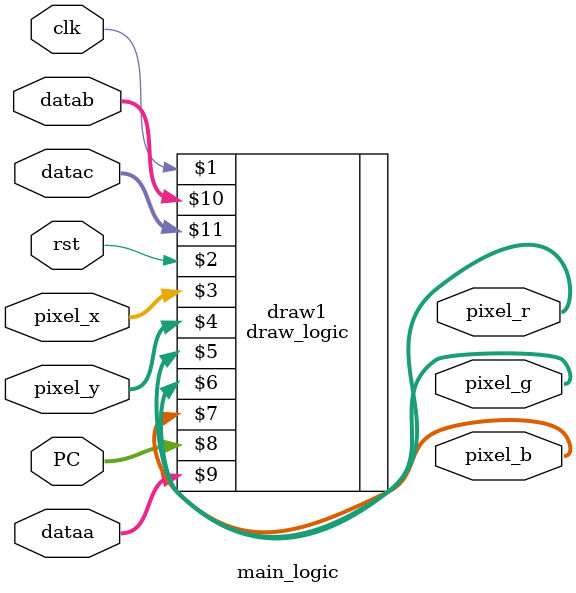
<source format=v>
`timescale 1ns / 1ps
module main_logic(
    input clk,
    input rst,
    input [9:0] pixel_x,
    input [9:0] pixel_y,
    input [63:0] PC,
    input [31:0] dataa,
    input [31:0] datab,
    input [31:0] datac,
    output [7:0] pixel_r,
    output [7:0] pixel_g,
    output [7:0] pixel_b
);
    
    /*assign PC    = 32'h00000000;
    assign dataa = 32'hDEAD0000;
    assign datab = 32'h0000BEEF;
    assign datac = 32'h49830000;*/
     
    draw_logic draw1(clk, rst, pixel_x, pixel_y, pixel_r, pixel_g, pixel_b, PC, dataa, datab, datac);
     
endmodule

</source>
